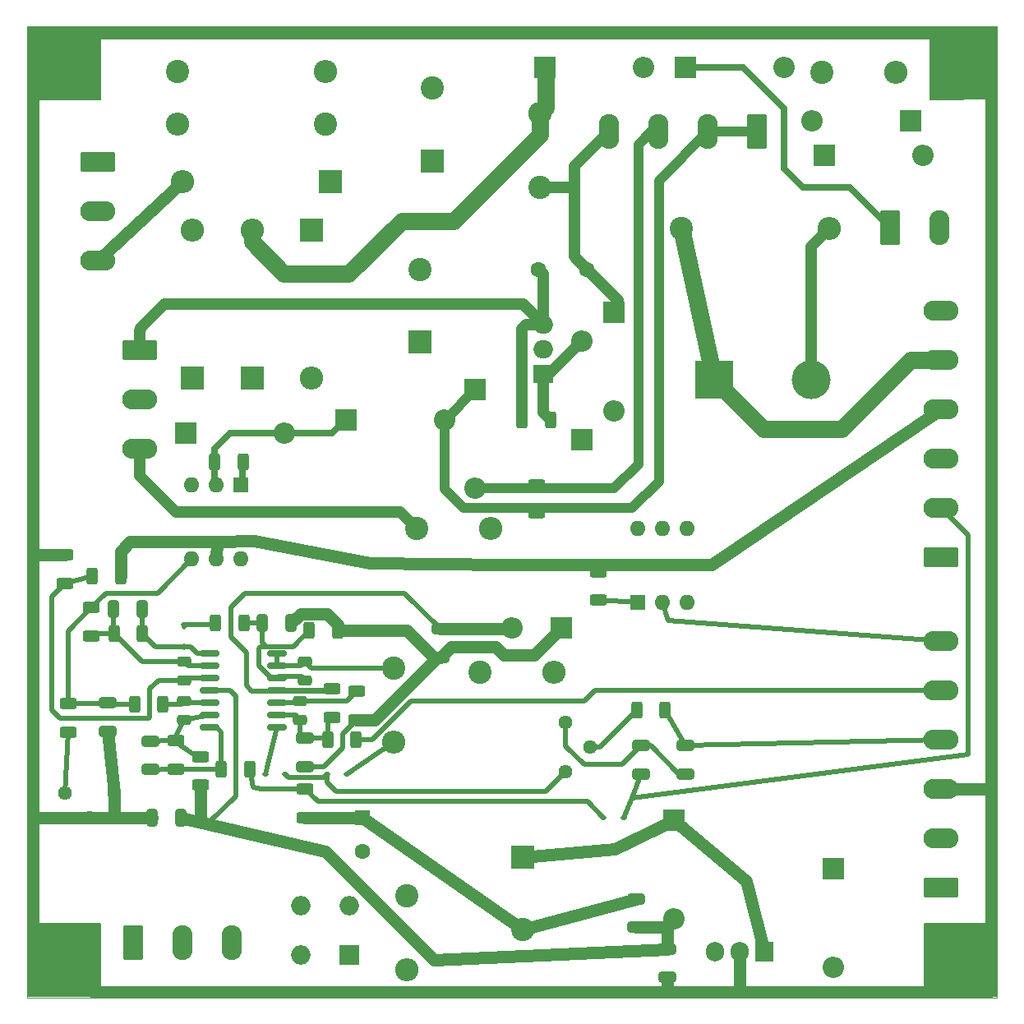
<source format=gbr>
%TF.GenerationSoftware,KiCad,Pcbnew,8.0.0*%
%TF.CreationDate,2024-02-29T12:59:18+01:00*%
%TF.ProjectId,G1-ALC,47312d41-4c43-42e6-9b69-6361645f7063,rev?*%
%TF.SameCoordinates,Original*%
%TF.FileFunction,Copper,L1,Top*%
%TF.FilePolarity,Positive*%
%FSLAX46Y46*%
G04 Gerber Fmt 4.6, Leading zero omitted, Abs format (unit mm)*
G04 Created by KiCad (PCBNEW 8.0.0) date 2024-02-29 12:59:18*
%MOMM*%
%LPD*%
G01*
G04 APERTURE LIST*
G04 Aperture macros list*
%AMRoundRect*
0 Rectangle with rounded corners*
0 $1 Rounding radius*
0 $2 $3 $4 $5 $6 $7 $8 $9 X,Y pos of 4 corners*
0 Add a 4 corners polygon primitive as box body*
4,1,4,$2,$3,$4,$5,$6,$7,$8,$9,$2,$3,0*
0 Add four circle primitives for the rounded corners*
1,1,$1+$1,$2,$3*
1,1,$1+$1,$4,$5*
1,1,$1+$1,$6,$7*
1,1,$1+$1,$8,$9*
0 Add four rect primitives between the rounded corners*
20,1,$1+$1,$2,$3,$4,$5,0*
20,1,$1+$1,$4,$5,$6,$7,0*
20,1,$1+$1,$6,$7,$8,$9,0*
20,1,$1+$1,$8,$9,$2,$3,0*%
G04 Aperture macros list end*
%TA.AperFunction,ComponentPad*%
%ADD10RoundRect,0.249999X-1.550001X0.790001X-1.550001X-0.790001X1.550001X-0.790001X1.550001X0.790001X0*%
%TD*%
%TA.AperFunction,ComponentPad*%
%ADD11O,3.600000X2.080000*%
%TD*%
%TA.AperFunction,ComponentPad*%
%ADD12RoundRect,0.249999X-0.790001X-1.550001X0.790001X-1.550001X0.790001X1.550001X-0.790001X1.550001X0*%
%TD*%
%TA.AperFunction,ComponentPad*%
%ADD13O,2.080000X3.600000*%
%TD*%
%TA.AperFunction,ComponentPad*%
%ADD14RoundRect,0.249999X1.550001X-0.790001X1.550001X0.790001X-1.550001X0.790001X-1.550001X-0.790001X0*%
%TD*%
%TA.AperFunction,ComponentPad*%
%ADD15RoundRect,0.249999X0.790001X1.550001X-0.790001X1.550001X-0.790001X-1.550001X0.790001X-1.550001X0*%
%TD*%
%TA.AperFunction,SMDPad,CuDef*%
%ADD16RoundRect,0.150000X-0.837500X-0.150000X0.837500X-0.150000X0.837500X0.150000X-0.837500X0.150000X0*%
%TD*%
%TA.AperFunction,SMDPad,CuDef*%
%ADD17RoundRect,0.250000X0.650000X-0.325000X0.650000X0.325000X-0.650000X0.325000X-0.650000X-0.325000X0*%
%TD*%
%TA.AperFunction,SMDPad,CuDef*%
%ADD18RoundRect,0.250000X-0.650000X0.325000X-0.650000X-0.325000X0.650000X-0.325000X0.650000X0.325000X0*%
%TD*%
%TA.AperFunction,SMDPad,CuDef*%
%ADD19RoundRect,0.250000X-0.325000X-0.650000X0.325000X-0.650000X0.325000X0.650000X-0.325000X0.650000X0*%
%TD*%
%TA.AperFunction,SMDPad,CuDef*%
%ADD20RoundRect,0.250000X0.325000X0.650000X-0.325000X0.650000X-0.325000X-0.650000X0.325000X-0.650000X0*%
%TD*%
%TA.AperFunction,SMDPad,CuDef*%
%ADD21RoundRect,0.250000X-0.625000X0.312500X-0.625000X-0.312500X0.625000X-0.312500X0.625000X0.312500X0*%
%TD*%
%TA.AperFunction,SMDPad,CuDef*%
%ADD22RoundRect,0.250000X-0.312500X-0.625000X0.312500X-0.625000X0.312500X0.625000X-0.312500X0.625000X0*%
%TD*%
%TA.AperFunction,SMDPad,CuDef*%
%ADD23RoundRect,0.250000X0.625000X-0.312500X0.625000X0.312500X-0.625000X0.312500X-0.625000X-0.312500X0*%
%TD*%
%TA.AperFunction,SMDPad,CuDef*%
%ADD24RoundRect,0.250000X0.312500X0.625000X-0.312500X0.625000X-0.312500X-0.625000X0.312500X-0.625000X0*%
%TD*%
%TA.AperFunction,SMDPad,CuDef*%
%ADD25RoundRect,0.250000X0.475000X-0.250000X0.475000X0.250000X-0.475000X0.250000X-0.475000X-0.250000X0*%
%TD*%
%TA.AperFunction,ComponentPad*%
%ADD26R,2.400000X2.400000*%
%TD*%
%TA.AperFunction,ComponentPad*%
%ADD27C,2.400000*%
%TD*%
%TA.AperFunction,ComponentPad*%
%ADD28R,2.200000X2.200000*%
%TD*%
%TA.AperFunction,ComponentPad*%
%ADD29O,2.200000X2.200000*%
%TD*%
%TA.AperFunction,ComponentPad*%
%ADD30O,2.400000X2.400000*%
%TD*%
%TA.AperFunction,ComponentPad*%
%ADD31C,5.600000*%
%TD*%
%TA.AperFunction,ComponentPad*%
%ADD32R,1.905000X2.000000*%
%TD*%
%TA.AperFunction,ComponentPad*%
%ADD33O,1.905000X2.000000*%
%TD*%
%TA.AperFunction,ComponentPad*%
%ADD34R,1.600000X1.600000*%
%TD*%
%TA.AperFunction,ComponentPad*%
%ADD35O,1.600000X1.600000*%
%TD*%
%TA.AperFunction,SMDPad,CuDef*%
%ADD36RoundRect,0.112500X-0.187500X-0.112500X0.187500X-0.112500X0.187500X0.112500X-0.187500X0.112500X0*%
%TD*%
%TA.AperFunction,SMDPad,CuDef*%
%ADD37RoundRect,0.112500X0.187500X0.112500X-0.187500X0.112500X-0.187500X-0.112500X0.187500X-0.112500X0*%
%TD*%
%TA.AperFunction,ComponentPad*%
%ADD38R,4.000000X4.000000*%
%TD*%
%TA.AperFunction,ComponentPad*%
%ADD39C,4.000000*%
%TD*%
%TA.AperFunction,SMDPad,CuDef*%
%ADD40RoundRect,0.250000X-0.475000X0.250000X-0.475000X-0.250000X0.475000X-0.250000X0.475000X0.250000X0*%
%TD*%
%TA.AperFunction,SMDPad,CuDef*%
%ADD41RoundRect,0.112500X0.112500X-0.187500X0.112500X0.187500X-0.112500X0.187500X-0.112500X-0.187500X0*%
%TD*%
%TA.AperFunction,ComponentPad*%
%ADD42C,1.600000*%
%TD*%
%TA.AperFunction,ComponentPad*%
%ADD43R,2.000000X2.000000*%
%TD*%
%TA.AperFunction,ComponentPad*%
%ADD44O,2.000000X2.000000*%
%TD*%
%TA.AperFunction,ComponentPad*%
%ADD45C,1.440000*%
%TD*%
%TA.AperFunction,ComponentPad*%
%ADD46R,2.000000X1.905000*%
%TD*%
%TA.AperFunction,ComponentPad*%
%ADD47O,2.000000X1.905000*%
%TD*%
%TA.AperFunction,Conductor*%
%ADD48C,1.300000*%
%TD*%
%TA.AperFunction,Conductor*%
%ADD49C,0.500000*%
%TD*%
%TA.AperFunction,Conductor*%
%ADD50C,1.800000*%
%TD*%
%TA.AperFunction,Conductor*%
%ADD51C,1.200000*%
%TD*%
%TA.AperFunction,Conductor*%
%ADD52C,0.700000*%
%TD*%
%TA.AperFunction,Conductor*%
%ADD53C,1.000000*%
%TD*%
%TA.AperFunction,Profile*%
%ADD54C,0.100000*%
%TD*%
G04 APERTURE END LIST*
D10*
%TO.P,J102,1,Pin_1*%
%TO.N,/330VAC -*%
X57343500Y-38977500D03*
D11*
%TO.P,J102,2,Pin_2*%
%TO.N,unconnected-(J102-Pin_2-Pad2)*%
X57343500Y-44057500D03*
%TO.P,J102,3,Pin_3*%
%TO.N,/330VAC +*%
X57343500Y-49137500D03*
%TD*%
D12*
%TO.P,J101,1,Pin_1*%
%TO.N,/18 VAC -*%
X60960000Y-119340500D03*
D13*
%TO.P,J101,2,Pin_2*%
%TO.N,GNDPWR*%
X66040000Y-119340500D03*
%TO.P,J101,3,Pin_3*%
%TO.N,/18 VAC +*%
X71120000Y-119340500D03*
%TD*%
D14*
%TO.P,J107,1,Pin_1*%
%TO.N,+24V*%
X144222500Y-113700000D03*
D11*
%TO.P,J107,2,Pin_2*%
%TO.N,+12V*%
X144222500Y-108620000D03*
%TO.P,J107,3,Pin_3*%
%TO.N,GNDPWR*%
X144222500Y-103540000D03*
%TO.P,J107,4,Pin_4*%
%TO.N,ALC Out*%
X144222500Y-98460000D03*
%TO.P,J107,5,Pin_5*%
%TO.N,INH IN*%
X144222500Y-93380000D03*
%TO.P,J107,6,Pin_6*%
%TO.N,Class AB1_L*%
X144222500Y-88300000D03*
%TD*%
D14*
%TO.P,J108,1,Pin_1*%
%TO.N,+24V*%
X144222500Y-79700000D03*
D11*
%TO.P,J108,2,Pin_2*%
%TO.N,/G1 current trip (To Q3)*%
X144222500Y-74620000D03*
%TO.P,J108,3,Pin_3*%
%TO.N,GNDPWR*%
X144222500Y-69540000D03*
%TO.P,J108,4,Pin_4*%
%TO.N,+12V*%
X144222500Y-64460000D03*
%TO.P,J108,5,Pin_5*%
%TO.N,/Cathode*%
X144222500Y-59380000D03*
%TO.P,J108,6,Pin_6*%
%TO.N,/G2-Unreg*%
X144222500Y-54300000D03*
%TD*%
D12*
%TO.P,J104,1,Pin_1*%
%TO.N,/105 VAC +*%
X138960000Y-45722500D03*
D13*
%TO.P,J104,2,Pin_2*%
%TO.N,/105 VAC -*%
X144040000Y-45722500D03*
%TD*%
D15*
%TO.P,J103,1,Pin_1*%
%TO.N,/G1 meter -*%
X125222000Y-35853500D03*
D13*
%TO.P,J103,2,Pin_2*%
X120142000Y-35853500D03*
%TO.P,J103,3,Pin_3*%
%TO.N,/G1 meter +*%
X115062000Y-35853500D03*
%TO.P,J103,4,Pin_4*%
%TO.N,/G1 Switch*%
X109982000Y-35853500D03*
%TD*%
D10*
%TO.P,J105,1,Pin_1*%
%TO.N,/RV102 Cold*%
X61638700Y-58343800D03*
D11*
%TO.P,J105,2,Pin_2*%
%TO.N,/RV102 MID*%
X61638700Y-63423800D03*
%TO.P,J105,3,Pin_3*%
%TO.N,/RV102 HOT*%
X61638700Y-68503800D03*
%TD*%
D16*
%TO.P,U102,1*%
%TO.N,Net-(D123-K)*%
X68867500Y-89611367D03*
%TO.P,U102,2,-*%
%TO.N,Net-(U102A--)*%
X68867500Y-90881367D03*
%TO.P,U102,3,+*%
%TO.N,Net-(U102A-+)*%
X68867500Y-92151367D03*
%TO.P,U102,4,V+*%
%TO.N,+12V*%
X68867500Y-93421367D03*
%TO.P,U102,5,+*%
%TO.N,Net-(U102B-+)*%
X68867500Y-94691367D03*
%TO.P,U102,6,-*%
%TO.N,Net-(U102B--)*%
X68867500Y-95961367D03*
%TO.P,U102,7*%
%TO.N,Net-(C120-Pad2)*%
X68867500Y-97231367D03*
%TO.P,U102,8*%
%TO.N,Net-(D122-K)*%
X75792500Y-97231367D03*
%TO.P,U102,9,-*%
%TO.N,Net-(U102C--)*%
X75792500Y-95961367D03*
%TO.P,U102,10,+*%
%TO.N,Net-(U102C-+)*%
X75792500Y-94691367D03*
%TO.P,U102,11,V-*%
%TO.N,-12V*%
X75792500Y-93421367D03*
%TO.P,U102,12,+*%
%TO.N,Net-(U102D-+)*%
X75792500Y-92151367D03*
%TO.P,U102,13,-*%
%TO.N,Net-(U102D--)*%
X75792500Y-90881367D03*
%TO.P,U102,14*%
X75792500Y-89611367D03*
%TD*%
D17*
%TO.P,C106,1*%
%TO.N,+12V*%
X112776000Y-117807000D03*
%TO.P,C106,2*%
%TO.N,GNDPWR*%
X112776000Y-114857000D03*
%TD*%
D18*
%TO.P,C120,1*%
%TO.N,Net-(U102B--)*%
X62770000Y-98600000D03*
%TO.P,C120,2*%
%TO.N,Net-(C120-Pad2)*%
X62770000Y-101550000D03*
%TD*%
%TO.P,C118,1*%
%TO.N,Net-(C118-Pad1)*%
X58404896Y-94646428D03*
%TO.P,C118,2*%
%TO.N,GNDPWR*%
X58404896Y-97596428D03*
%TD*%
%TO.P,C121,1*%
%TO.N,GNDPWR*%
X113317476Y-99051500D03*
%TO.P,C121,2*%
%TO.N,/G1 current trip (To Q3)*%
X113317476Y-102001500D03*
%TD*%
%TO.P,C109,1*%
%TO.N,+12V*%
X116000000Y-120025000D03*
%TO.P,C109,2*%
%TO.N,GNDPWR*%
X116000000Y-122975000D03*
%TD*%
D19*
%TO.P,C116,1*%
%TO.N,Net-(U102D-+)*%
X74305000Y-86475367D03*
%TO.P,C116,2*%
%TO.N,GNDPWR*%
X77255000Y-86475367D03*
%TD*%
D18*
%TO.P,C113,1*%
%TO.N,ALC Out*%
X117889476Y-99051500D03*
%TO.P,C113,2*%
%TO.N,GNDPWR*%
X117889476Y-102001500D03*
%TD*%
D17*
%TO.P,C108,1*%
%TO.N,GNDPWR*%
X92620000Y-90025000D03*
%TO.P,C108,2*%
%TO.N,-12V*%
X92620000Y-87075000D03*
%TD*%
D18*
%TO.P,C111,1*%
%TO.N,Net-(U102C--)*%
X78680000Y-98296367D03*
%TO.P,C111,2*%
%TO.N,GNDPWR*%
X78680000Y-101246367D03*
%TD*%
D19*
%TO.P,C115,1*%
%TO.N,Net-(U102A--)*%
X58995000Y-85019867D03*
%TO.P,C115,2*%
%TO.N,Net-(D123-K)*%
X61945000Y-85019867D03*
%TD*%
D20*
%TO.P,C110,1*%
%TO.N,+12V*%
X65885000Y-106530000D03*
%TO.P,C110,2*%
%TO.N,GNDPWR*%
X62935000Y-106530000D03*
%TD*%
D21*
%TO.P,R125,1*%
%TO.N,Net-(U102B--)*%
X65430000Y-98573000D03*
%TO.P,R125,2*%
%TO.N,Net-(C120-Pad2)*%
X65430000Y-101498000D03*
%TD*%
D22*
%TO.P,R128,1*%
%TO.N,/G1 meter +*%
X69377500Y-69870000D03*
%TO.P,R128,2*%
%TO.N,/RV102 MID*%
X72302500Y-69870000D03*
%TD*%
%TO.P,R117,1*%
%TO.N,Net-(U102A-+)*%
X56763500Y-81645367D03*
%TO.P,R117,2*%
%TO.N,+12V*%
X59688500Y-81645367D03*
%TD*%
D21*
%TO.P,R112,1*%
%TO.N,Net-(U102C-+)*%
X84014000Y-93482867D03*
%TO.P,R112,2*%
%TO.N,GNDPWR*%
X84014000Y-96407867D03*
%TD*%
D23*
%TO.P,R121,1*%
%TO.N,+12V*%
X67940000Y-103142500D03*
%TO.P,R121,2*%
%TO.N,Net-(U102B--)*%
X67940000Y-100217500D03*
%TD*%
%TO.P,R116,1*%
%TO.N,Net-(U102A--)*%
X56680000Y-87792367D03*
%TO.P,R116,2*%
%TO.N,Net-(C118-Pad1)*%
X56680000Y-84867367D03*
%TD*%
D22*
%TO.P,R114,1*%
%TO.N,Net-(R114-Pad1)*%
X112870976Y-95446500D03*
%TO.P,R114,2*%
%TO.N,ALC Out*%
X115795976Y-95446500D03*
%TD*%
D24*
%TO.P,R120,1*%
%TO.N,GNDPWR*%
X82068500Y-87237367D03*
%TO.P,R120,2*%
%TO.N,Net-(U102D-+)*%
X79143500Y-87237367D03*
%TD*%
D22*
%TO.P,R118,1*%
%TO.N,Net-(U102A--)*%
X59007500Y-87559867D03*
%TO.P,R118,2*%
%TO.N,Net-(D123-K)*%
X61932500Y-87559867D03*
%TD*%
D24*
%TO.P,R106,1*%
%TO.N,Net-(D114-A)*%
X103962500Y-65500000D03*
%TO.P,R106,2*%
%TO.N,/RV102 Cold*%
X101037500Y-65500000D03*
%TD*%
%TO.P,R111,1*%
%TO.N,INH IN*%
X83952500Y-98501367D03*
%TO.P,R111,2*%
%TO.N,Net-(U102C--)*%
X81027500Y-98501367D03*
%TD*%
D22*
%TO.P,R126,1*%
%TO.N,Net-(C120-Pad2)*%
X70087500Y-101549867D03*
%TO.P,R126,2*%
%TO.N,Net-(D124-A)*%
X73012500Y-101549867D03*
%TD*%
D21*
%TO.P,R115,1*%
%TO.N,GNDPWR*%
X53940000Y-79447367D03*
%TO.P,R115,2*%
%TO.N,Net-(U102A-+)*%
X53940000Y-82372367D03*
%TD*%
%TO.P,R301,1*%
%TO.N,+12V*%
X108890000Y-81157500D03*
%TO.P,R301,2*%
%TO.N,Net-(R301-Pad2)*%
X108890000Y-84082500D03*
%TD*%
D22*
%TO.P,R119,1*%
%TO.N,Net-(D123-A)*%
X69491500Y-86475367D03*
%TO.P,R119,2*%
%TO.N,Net-(U102D-+)*%
X72416500Y-86475367D03*
%TD*%
D23*
%TO.P,R108,1*%
%TO.N,/G1 meter -*%
X102560000Y-75112500D03*
%TO.P,R108,2*%
%TO.N,/G1 meter +*%
X102560000Y-72187500D03*
%TD*%
%TO.P,R127,1*%
%TO.N,GNDPWR*%
X78710000Y-106472367D03*
%TO.P,R127,2*%
%TO.N,Net-(D124-A)*%
X78710000Y-103547367D03*
%TD*%
D21*
%TO.P,R113,1*%
%TO.N,-12V*%
X81474000Y-93228867D03*
%TO.P,R113,2*%
%TO.N,Net-(U102C--)*%
X81474000Y-96153867D03*
%TD*%
D22*
%TO.P,R124,1*%
%TO.N,Net-(C118-Pad1)*%
X61147500Y-94789867D03*
%TO.P,R124,2*%
%TO.N,Net-(U102B-+)*%
X64072500Y-94789867D03*
%TD*%
D21*
%TO.P,R122,1*%
%TO.N,Net-(C118-Pad1)*%
X54296000Y-94752867D03*
%TO.P,R122,2*%
%TO.N,Net-(R122-Pad2)*%
X54296000Y-97677867D03*
%TD*%
D25*
%TO.P,C114,1*%
%TO.N,Net-(U102A-+)*%
X66234000Y-92339367D03*
%TO.P,C114,2*%
%TO.N,Net-(U102A--)*%
X66234000Y-90439367D03*
%TD*%
D26*
%TO.P,C105,1*%
%TO.N,+24V*%
X101142800Y-110559200D03*
D27*
%TO.P,C105,2*%
%TO.N,GNDPWR*%
X101142800Y-118059200D03*
%TD*%
D28*
%TO.P,D301,1,K*%
%TO.N,/G1 Switch*%
X110500000Y-54420000D03*
D29*
%TO.P,D301,2,A*%
%TO.N,Net-(D114-K)*%
X110500000Y-64580000D03*
%TD*%
D27*
%TO.P,RLK1,1*%
%TO.N,Net-(U102D--)*%
X87824000Y-91135367D03*
D30*
%TO.P,RLK1,2*%
%TO.N,Net-(D121-K)*%
X87824000Y-98755367D03*
%TD*%
D31*
%TO.P,H104,1,1*%
%TO.N,GNDPWR*%
X146250000Y-121326000D03*
%TD*%
D32*
%TO.P,U101,1,VI*%
%TO.N,+24V*%
X126034800Y-120294400D03*
D33*
%TO.P,U101,2,GND*%
%TO.N,GNDPWR*%
X123494800Y-120294400D03*
%TO.P,U101,3,VO*%
%TO.N,+12V*%
X120954800Y-120294400D03*
%TD*%
D34*
%TO.P,U301,1*%
%TO.N,Net-(R301-Pad2)*%
X112975000Y-84300000D03*
D35*
%TO.P,U301,2*%
%TO.N,Class AB1_L*%
X115515000Y-84300000D03*
%TO.P,U301,3,NC*%
%TO.N,unconnected-(U301-NC-Pad3)*%
X118055000Y-84300000D03*
%TO.P,U301,4*%
%TO.N,Net-(D114-K)*%
X118055000Y-76680000D03*
%TO.P,U301,5*%
%TO.N,/G1 Switch*%
X115515000Y-76680000D03*
%TO.P,U301,6*%
%TO.N,unconnected-(U301-Pad6)*%
X112975000Y-76680000D03*
%TD*%
D36*
%TO.P,D122,1,K*%
%TO.N,Net-(D122-K)*%
X74582000Y-102057367D03*
%TO.P,D122,2,A*%
%TO.N,Net-(D121-A)*%
X76682000Y-102057367D03*
%TD*%
D26*
%TO.P,D103,1,K*%
%TO.N,/330VAC -*%
X73230000Y-61230000D03*
D30*
%TO.P,D103,2,A*%
%TO.N,/Cathode*%
X73230000Y-45990000D03*
%TD*%
D28*
%TO.P,D120,1,K*%
%TO.N,+12V*%
X133096000Y-111760000D03*
D29*
%TO.P,D120,2,A*%
%TO.N,GNDPWR*%
X133096000Y-121920000D03*
%TD*%
D37*
%TO.P,D124,1,K*%
%TO.N,/G1 current trip (To Q3)*%
X111550000Y-106500000D03*
%TO.P,D124,2,A*%
%TO.N,Net-(D124-A)*%
X109450000Y-106500000D03*
%TD*%
D38*
%TO.P,C103,1*%
%TO.N,/Cathode*%
X120839775Y-61384316D03*
D39*
%TO.P,C103,2*%
%TO.N,Net-(C103-Pad2)*%
X130839775Y-61384316D03*
%TD*%
D27*
%TO.P,R103,1*%
%TO.N,Net-(D110-A)*%
X131965000Y-29710000D03*
D30*
%TO.P,R103,2*%
%TO.N,Net-(C103-Pad2)*%
X139585000Y-29710000D03*
%TD*%
D31*
%TO.P,H103,1,1*%
%TO.N,GNDPWR*%
X53750000Y-121250000D03*
%TD*%
D40*
%TO.P,C112,1*%
%TO.N,Net-(U102C-+)*%
X78172000Y-94503367D03*
%TO.P,C112,2*%
%TO.N,Net-(U102C--)*%
X78172000Y-96403367D03*
%TD*%
D28*
%TO.P,D110,1,K*%
%TO.N,/105 VAC -*%
X141080000Y-34750000D03*
D29*
%TO.P,D110,2,A*%
%TO.N,Net-(D110-A)*%
X130920000Y-34750000D03*
%TD*%
D28*
%TO.P,D119,1,K*%
%TO.N,+24V*%
X116669476Y-106783000D03*
D29*
%TO.P,D119,2,A*%
%TO.N,+12V*%
X116669476Y-116943000D03*
%TD*%
D34*
%TO.P,U103,1*%
%TO.N,/RV102 MID*%
X72121000Y-72229500D03*
D35*
%TO.P,U103,2*%
%TO.N,/G1 meter +*%
X69581000Y-72229500D03*
%TO.P,U103,3,NC*%
%TO.N,unconnected-(U103-NC-Pad3)*%
X67041000Y-72229500D03*
%TO.P,U103,4*%
%TO.N,Net-(C118-Pad1)*%
X67041000Y-79849500D03*
%TO.P,U103,5*%
%TO.N,+12V*%
X69581000Y-79849500D03*
%TO.P,U103,6*%
%TO.N,unconnected-(U103-Pad6)*%
X72121000Y-79849500D03*
%TD*%
D28*
%TO.P,D118,1,K*%
%TO.N,GNDPWR*%
X105116182Y-86928000D03*
D29*
%TO.P,D118,2,A*%
%TO.N,-12V*%
X100036182Y-86928000D03*
%TD*%
D37*
%TO.P,D121,1,K*%
%TO.N,Net-(D121-K)*%
X83032000Y-102057367D03*
%TO.P,D121,2,A*%
%TO.N,Net-(D121-A)*%
X80932000Y-102057367D03*
%TD*%
D41*
%TO.P,D123,1,K*%
%TO.N,Net-(D123-K)*%
X66210000Y-88899867D03*
%TO.P,D123,2,A*%
%TO.N,Net-(D123-A)*%
X66210000Y-86799867D03*
%TD*%
D28*
%TO.P,D111,1,K*%
%TO.N,/Cathode*%
X132170000Y-38250000D03*
D29*
%TO.P,D111,2,A*%
%TO.N,/105 VAC -*%
X142330000Y-38250000D03*
%TD*%
D27*
%TO.P,R110,1*%
%TO.N,Net-(BR101--)*%
X96715000Y-91500000D03*
D30*
%TO.P,R110,2*%
%TO.N,-12V*%
X104335000Y-91500000D03*
%TD*%
D26*
%TO.P,D104,1,K*%
%TO.N,/G2-Unreg*%
X81280000Y-40960000D03*
D30*
%TO.P,D104,2,A*%
%TO.N,/330VAC +*%
X66040000Y-40960000D03*
%TD*%
D27*
%TO.P,R101,1*%
%TO.N,/G2-Unreg*%
X65560000Y-29660000D03*
D30*
%TO.P,R101,2*%
%TO.N,Net-(C101-Pad2)*%
X80800000Y-29660000D03*
%TD*%
D28*
%TO.P,D114,1,K*%
%TO.N,Net-(D114-K)*%
X107193376Y-67580000D03*
D29*
%TO.P,D114,2,A*%
%TO.N,Net-(D114-A)*%
X107193376Y-57420000D03*
%TD*%
D27*
%TO.P,R105,1*%
%TO.N,/RV102 HOT*%
X90215000Y-76750000D03*
D30*
%TO.P,R105,2*%
%TO.N,Net-(C103-Pad2)*%
X97835000Y-76750000D03*
%TD*%
D28*
%TO.P,D112,1,K*%
%TO.N,/105 VAC +*%
X117920000Y-29210000D03*
D29*
%TO.P,D112,2,A*%
%TO.N,Net-(D110-A)*%
X128080000Y-29210000D03*
%TD*%
D42*
%TO.P,C104,1*%
%TO.N,/G1 Switch*%
X107750000Y-50000000D03*
%TO.P,C104,2*%
%TO.N,/RV102 Cold*%
X102750000Y-50000000D03*
%TD*%
D28*
%TO.P,D115,1,K*%
%TO.N,/G1 meter +*%
X82910000Y-65500000D03*
D29*
%TO.P,D115,2,A*%
%TO.N,/G1 meter -*%
X93070000Y-65500000D03*
%TD*%
D27*
%TO.P,R102,1*%
%TO.N,Net-(C101-Pad2)*%
X80800000Y-35050000D03*
D30*
%TO.P,R102,2*%
%TO.N,unconnected-(R102-Pad2)*%
X65560000Y-35050000D03*
%TD*%
D26*
%TO.P,C101,1*%
%TO.N,/G2-Unreg*%
X90500000Y-57500000D03*
D27*
%TO.P,C101,2*%
%TO.N,Net-(C101-Pad2)*%
X90500000Y-50000000D03*
%TD*%
%TO.P,R107,1*%
%TO.N,/G1 Switch*%
X102920800Y-41537400D03*
D30*
%TO.P,R107,2*%
%TO.N,/Cathode*%
X102920800Y-33917400D03*
%TD*%
D27*
%TO.P,R104,1*%
%TO.N,/Cathode*%
X117460000Y-45770000D03*
D30*
%TO.P,R104,2*%
%TO.N,Net-(C103-Pad2)*%
X132700000Y-45770000D03*
%TD*%
D43*
%TO.P,BR101,1,+*%
%TO.N,+24V*%
X83272000Y-120610000D03*
D44*
%TO.P,BR101,2*%
%TO.N,/18 VAC -*%
X83272000Y-115610000D03*
%TO.P,BR101,3,-*%
%TO.N,Net-(BR101--)*%
X78272000Y-115610000D03*
%TO.P,BR101,4*%
%TO.N,/18 VAC +*%
X78272000Y-120610000D03*
%TD*%
D28*
%TO.P,D113,1,K*%
%TO.N,/Cathode*%
X103420000Y-29210000D03*
D29*
%TO.P,D113,2,A*%
%TO.N,/105 VAC +*%
X113580000Y-29210000D03*
%TD*%
D26*
%TO.P,C102,1*%
%TO.N,Net-(C101-Pad2)*%
X91821000Y-38869000D03*
D27*
%TO.P,C102,2*%
%TO.N,unconnected-(C102-Pad2)*%
X91821000Y-31369000D03*
%TD*%
D45*
%TO.P,RV103,1,1*%
%TO.N,Net-(D121-A)*%
X105540476Y-101740000D03*
%TO.P,RV103,2,2*%
%TO.N,Net-(R114-Pad1)*%
X108080476Y-99200000D03*
%TO.P,RV103,3,3*%
%TO.N,GNDPWR*%
X105540476Y-96660000D03*
%TD*%
D25*
%TO.P,C117,1*%
%TO.N,Net-(U102D-+)*%
X78680000Y-92339367D03*
%TO.P,C117,2*%
%TO.N,Net-(U102D--)*%
X78680000Y-90439367D03*
%TD*%
D26*
%TO.P,D101,1,K*%
%TO.N,/G2-Unreg*%
X79320000Y-45960000D03*
D30*
%TO.P,D101,2,A*%
%TO.N,/330VAC -*%
X79320000Y-61200000D03*
%TD*%
D31*
%TO.P,H101,1,1*%
%TO.N,GNDPWR*%
X146250000Y-28750000D03*
%TD*%
D34*
%TO.P,C107,1*%
%TO.N,GNDPWR*%
X84582000Y-106482000D03*
D42*
%TO.P,C107,2*%
%TO.N,Net-(BR101--)*%
X84582000Y-109982000D03*
%TD*%
D45*
%TO.P,RV101,1,1*%
%TO.N,Net-(R122-Pad2)*%
X53950000Y-103945000D03*
%TO.P,RV101,2,2*%
%TO.N,GNDPWR*%
X56490000Y-106485000D03*
%TO.P,RV101,3,3*%
X59030000Y-103945000D03*
%TD*%
D46*
%TO.P,Q101,1,B*%
%TO.N,Net-(D114-A)*%
X103250000Y-60750000D03*
D47*
%TO.P,Q101,2,C*%
%TO.N,/G1 Switch*%
X103250000Y-58210000D03*
%TO.P,Q101,3,E*%
%TO.N,/RV102 Cold*%
X103250000Y-55670000D03*
%TD*%
D31*
%TO.P,H102,1,1*%
%TO.N,GNDPWR*%
X53750000Y-28750000D03*
%TD*%
D28*
%TO.P,D117,1,K*%
%TO.N,/RV102 MID*%
X66370000Y-66910000D03*
D29*
%TO.P,D117,2,A*%
%TO.N,/G1 meter +*%
X76530000Y-66910000D03*
%TD*%
D26*
%TO.P,D102,1,K*%
%TO.N,/330VAC +*%
X67070000Y-61230000D03*
D30*
%TO.P,D102,2,A*%
%TO.N,/Cathode*%
X67070000Y-45990000D03*
%TD*%
D27*
%TO.P,R109,1*%
%TO.N,+24V*%
X89154000Y-114571000D03*
D30*
%TO.P,R109,2*%
%TO.N,GNDPWR*%
X89154000Y-122191000D03*
%TD*%
D28*
%TO.P,D116,1,K*%
%TO.N,/G1 meter -*%
X96250000Y-62420000D03*
D29*
%TO.P,D116,2,A*%
%TO.N,/G1 meter +*%
X96250000Y-72580000D03*
%TD*%
D40*
%TO.P,C119,1*%
%TO.N,Net-(U102B-+)*%
X66234000Y-94503367D03*
%TO.P,C119,2*%
%TO.N,Net-(U102B--)*%
X66234000Y-96403367D03*
%TD*%
D48*
%TO.N,+12V*%
X80790000Y-110000000D02*
X65885000Y-106530000D01*
D49*
%TO.N,Net-(C120-Pad2)*%
X65430000Y-101498000D02*
X70087500Y-101549867D01*
D48*
%TO.N,+12V*%
X67940000Y-103142500D02*
X67930000Y-106530000D01*
%TO.N,GNDPWR*%
X56490000Y-106485000D02*
X59040000Y-106502804D01*
X59040000Y-106502804D02*
X62935000Y-106530000D01*
X59030000Y-103945000D02*
X59040000Y-106502804D01*
X58404896Y-97596428D02*
X59030000Y-103945000D01*
D49*
%TO.N,Net-(R122-Pad2)*%
X54296000Y-97677867D02*
X53950000Y-103945000D01*
D48*
%TO.N,GNDPWR*%
X50684000Y-79502000D02*
X50684000Y-106340000D01*
X50684000Y-106340000D02*
X50684000Y-107000000D01*
X56230000Y-106505000D02*
X50849000Y-106505000D01*
X50849000Y-106505000D02*
X50684000Y-106340000D01*
X56255000Y-106530000D02*
X56230000Y-106505000D01*
D49*
%TO.N,Net-(D124-A)*%
X74167367Y-103547367D02*
X73360000Y-103340000D01*
X73360000Y-103340000D02*
X73012500Y-101549867D01*
%TO.N,Net-(C120-Pad2)*%
X62460000Y-101569867D02*
X65120000Y-101517867D01*
%TO.N,Net-(U102B--)*%
X65120000Y-98592867D02*
X62460000Y-98619867D01*
X65120000Y-98592867D02*
X66234000Y-96403367D01*
X65120000Y-98592867D02*
X67630000Y-100237367D01*
%TO.N,Net-(C120-Pad2)*%
X70087500Y-101549867D02*
X70087500Y-97717367D01*
X70087500Y-97717367D02*
X69601500Y-97231367D01*
%TO.N,+12V*%
X68867500Y-93421367D02*
X71011500Y-93421367D01*
X71011500Y-93421367D02*
X71540000Y-93949867D01*
X71540000Y-93949867D02*
X71540000Y-104283367D01*
X71540000Y-104283367D02*
X68940000Y-106883367D01*
D48*
%TO.N,+24V*%
X116669476Y-106783000D02*
X110620000Y-109710000D01*
X124150000Y-113060000D02*
X126034800Y-120294400D01*
X116669476Y-106783000D02*
X124150000Y-113060000D01*
X110620000Y-109710000D02*
X101142800Y-110559200D01*
D50*
%TO.N,/Cathode*%
X83200000Y-50480000D02*
X76510000Y-50480000D01*
X120839775Y-61384316D02*
X125955459Y-66500000D01*
X120839775Y-61384316D02*
X117460000Y-45770000D01*
X102920800Y-33917400D02*
X103460000Y-33378200D01*
X125955459Y-66500000D02*
X133990000Y-66500000D01*
X73230000Y-47200000D02*
X73230000Y-45990000D01*
X102920800Y-33917400D02*
X102920800Y-36139200D01*
X103460000Y-33378200D02*
X103460000Y-29250000D01*
X102920800Y-36139200D02*
X94030000Y-45030000D01*
X94030000Y-45030000D02*
X88650000Y-45030000D01*
X88650000Y-45030000D02*
X83200000Y-50480000D01*
X133990000Y-66500000D02*
X141110000Y-59380000D01*
X141110000Y-59380000D02*
X144222500Y-59380000D01*
X76510000Y-50480000D02*
X73230000Y-47200000D01*
D51*
%TO.N,Net-(C103-Pad2)*%
X130839775Y-61384316D02*
X130839775Y-47630225D01*
X130839775Y-47630225D02*
X132700000Y-45770000D01*
%TO.N,/G1 Switch*%
X107750000Y-50000000D02*
X110910000Y-53160000D01*
X106443000Y-41503600D02*
X106443000Y-39392500D01*
X106426000Y-48676000D02*
X106426000Y-48006000D01*
X107750000Y-50000000D02*
X106426000Y-48676000D01*
X106443000Y-47989000D02*
X106443000Y-41503600D01*
X106426000Y-48006000D02*
X106443000Y-47989000D01*
X102920800Y-41537400D02*
X106409200Y-41537400D01*
X106409200Y-41537400D02*
X106443000Y-41503600D01*
X106443000Y-39392500D02*
X109982000Y-35853500D01*
D48*
%TO.N,GNDPWR*%
X56850000Y-25650000D02*
X53750000Y-28750000D01*
D49*
X111348976Y-101020000D02*
X107440000Y-101020000D01*
X113317476Y-99051500D02*
X114293181Y-99051500D01*
D48*
X149350000Y-103500000D02*
X149350000Y-25654000D01*
X149132000Y-124426000D02*
X149350000Y-124208000D01*
X143450001Y-25950001D02*
X143150000Y-25650000D01*
X149310000Y-103540000D02*
X149350000Y-103500000D01*
X85912000Y-96407867D02*
X84014000Y-96407867D01*
D49*
X105540476Y-99120476D02*
X105540476Y-96660000D01*
D48*
X99187156Y-89758000D02*
X102286182Y-89758000D01*
D49*
X82540000Y-97881867D02*
X84014000Y-96407867D01*
D48*
X93735000Y-88910000D02*
X98339156Y-88910000D01*
X50684000Y-79502000D02*
X50684000Y-31816000D01*
X50738633Y-79447367D02*
X50684000Y-79502000D01*
X56926000Y-124426000D02*
X116000000Y-124426000D01*
X116000000Y-122975000D02*
X116000000Y-124426000D01*
X50684000Y-118184000D02*
X51876167Y-119376167D01*
X78332500Y-85512367D02*
X78300000Y-85479867D01*
X146250000Y-123000000D02*
X144824000Y-124426000D01*
X144222500Y-103540000D02*
X149310000Y-103540000D01*
X123444000Y-121063000D02*
X123444000Y-124301000D01*
X143746002Y-25654000D02*
X143450001Y-25950001D01*
X90930000Y-91389867D02*
X90996266Y-91389867D01*
X56926000Y-124426000D02*
X53750000Y-121250000D01*
X92620000Y-90025000D02*
X93735000Y-88910000D01*
X58382971Y-97618353D02*
X58404896Y-97596428D01*
X89207500Y-87237367D02*
X92178133Y-90208000D01*
D49*
X107440000Y-101020000D02*
X105540476Y-99120476D01*
D48*
X50684000Y-107000000D02*
X50684000Y-118184000D01*
D49*
X114293181Y-99051500D02*
X117243181Y-102001500D01*
D48*
X143875000Y-26375000D02*
X143450001Y-25950001D01*
X78218000Y-85512367D02*
X77255000Y-86475367D01*
X144824000Y-124426000D02*
X149132000Y-124426000D01*
X143150000Y-25650000D02*
X56850000Y-25650000D01*
X82068500Y-86608367D02*
X80972500Y-85512367D01*
D49*
X113317476Y-99051500D02*
X111348976Y-101020000D01*
D48*
X90996266Y-91389867D02*
X92178133Y-90208000D01*
X101142800Y-118059200D02*
X112776000Y-114857000D01*
X149350000Y-124208000D02*
X149350000Y-103500000D01*
D49*
X80603633Y-101246367D02*
X82540000Y-99310000D01*
D48*
X78332500Y-85512367D02*
X78218000Y-85512367D01*
D49*
X78680000Y-101246367D02*
X80603633Y-101246367D01*
D48*
X146250000Y-28750000D02*
X143875000Y-26375000D01*
X82068500Y-87237367D02*
X89207500Y-87237367D01*
X84582000Y-106482000D02*
X78710000Y-106472367D01*
X101142800Y-118059200D02*
X84582000Y-106482000D01*
X90930000Y-91389867D02*
X85912000Y-96407867D01*
X102286182Y-89758000D02*
X105116182Y-86928000D01*
X80972500Y-85512367D02*
X78332500Y-85512367D01*
X50684000Y-31816000D02*
X53750000Y-28750000D01*
D49*
X82540000Y-99310000D02*
X82540000Y-97881867D01*
D48*
X149350000Y-25654000D02*
X143746002Y-25654000D01*
X82068500Y-87237367D02*
X82068500Y-86608367D01*
X98339156Y-88910000D02*
X99187156Y-89758000D01*
X53940000Y-79447367D02*
X50738633Y-79447367D01*
X116000000Y-124426000D02*
X144824000Y-124426000D01*
D49*
%TO.N,-12V*%
X71060000Y-84845867D02*
X72510867Y-83395000D01*
X72670000Y-92904449D02*
X72670000Y-89492949D01*
D48*
X92620000Y-87075000D02*
X99889182Y-87075000D01*
D49*
X72670000Y-89492949D02*
X71060000Y-87882949D01*
X73198918Y-93433367D02*
X72670000Y-92904449D01*
X88940000Y-83395000D02*
X92620000Y-87075000D01*
X72510867Y-83395000D02*
X88940000Y-83395000D01*
X81269500Y-93433367D02*
X73198918Y-93433367D01*
X75792500Y-93421367D02*
X81281500Y-93421367D01*
X71060000Y-87882949D02*
X71060000Y-84845867D01*
D48*
%TO.N,+12V*%
X115805476Y-117807000D02*
X116669476Y-116943000D01*
X67811000Y-78079500D02*
X60654500Y-78079500D01*
X69590000Y-78041598D02*
X67811000Y-78079500D01*
X91948000Y-121158000D02*
X80790000Y-110000000D01*
X85340000Y-80230000D02*
X73420000Y-77960000D01*
X59688500Y-81645367D02*
X59688500Y-79045500D01*
X91948000Y-121158000D02*
X116000000Y-120025000D01*
X73420000Y-77960000D02*
X69590000Y-78041598D01*
X112776000Y-117807000D02*
X115805476Y-117807000D01*
X120587500Y-80450000D02*
X144222500Y-64460000D01*
X69581000Y-79849500D02*
X69590000Y-78041598D01*
X116000000Y-120025000D02*
X116000000Y-118001524D01*
X116000000Y-118001524D02*
X115805476Y-117807000D01*
X99330000Y-80450000D02*
X85340000Y-80230000D01*
X120587500Y-80450000D02*
X99330000Y-80450000D01*
X59688500Y-79045500D02*
X60654500Y-78079500D01*
D51*
%TO.N,/RV102 Cold*%
X61772800Y-56184800D02*
X61638700Y-56318900D01*
X61638700Y-56318900D02*
X61638700Y-58343800D01*
X103250000Y-55670000D02*
X101180000Y-53600000D01*
X101500000Y-55670000D02*
X101037500Y-56132500D01*
X101037500Y-56132500D02*
X101037500Y-65500000D01*
X64205200Y-53600000D02*
X61772800Y-56032400D01*
X103250000Y-55670000D02*
X103250000Y-50500000D01*
X61772800Y-56032400D02*
X61772800Y-56184800D01*
X101180000Y-53600000D02*
X64205200Y-53600000D01*
X103250000Y-50500000D02*
X102750000Y-50000000D01*
X101500000Y-55670000D02*
X103094385Y-55670000D01*
D49*
%TO.N,Net-(U102C-+)*%
X78172000Y-94503367D02*
X82993500Y-94503367D01*
X84014000Y-93482867D02*
X82993500Y-94503367D01*
X75792500Y-94691367D02*
X77984000Y-94691367D01*
%TO.N,ALC Out*%
X117889476Y-99051500D02*
X144222500Y-98460000D01*
X115795976Y-95446500D02*
X117889476Y-99051500D01*
%TO.N,Net-(U102A-+)*%
X66234000Y-92339367D02*
X63574000Y-92339367D01*
X52610000Y-95439867D02*
X52610000Y-83702367D01*
X62570000Y-96279867D02*
X53450000Y-96279867D01*
X68867500Y-92151367D02*
X66422000Y-92151367D01*
X53940000Y-82372367D02*
X56763500Y-81645367D01*
X53450000Y-96279867D02*
X52610000Y-95439867D01*
X63574000Y-92339367D02*
X62661000Y-93252367D01*
X52610000Y-83702367D02*
X53940000Y-82372367D01*
X62661000Y-96188867D02*
X62570000Y-96279867D01*
X62661000Y-93252367D02*
X62661000Y-96188867D01*
%TO.N,Net-(U102A--)*%
X66234000Y-90439367D02*
X61887000Y-90439367D01*
X68867500Y-90881367D02*
X66676000Y-90881367D01*
X58995000Y-85019867D02*
X58995000Y-87547367D01*
X61887000Y-90439367D02*
X59007500Y-87559867D01*
X59007500Y-87559867D02*
X56912500Y-87559867D01*
X66676000Y-90881367D02*
X66234000Y-90439367D01*
%TO.N,Net-(D123-K)*%
X61932500Y-87559867D02*
X61932500Y-85032367D01*
X68867500Y-89611367D02*
X67601367Y-89611367D01*
X66889867Y-88899867D02*
X66210000Y-88899867D01*
X63272500Y-88899867D02*
X66210000Y-88899867D01*
X67601367Y-89611367D02*
X66889867Y-88899867D01*
X61932500Y-87559867D02*
X63272500Y-88899867D01*
%TO.N,Net-(U102D-+)*%
X74706472Y-88861367D02*
X77519500Y-88861367D01*
X75956500Y-91987367D02*
X75792500Y-92151367D01*
X73920000Y-89039867D02*
X73920000Y-90844895D01*
X74706472Y-88861367D02*
X74098500Y-88861367D01*
X78680000Y-92339367D02*
X78328000Y-91987367D01*
X74098500Y-88861367D02*
X73920000Y-89039867D01*
X74305000Y-86475367D02*
X72416500Y-86475367D01*
X74706472Y-88861367D02*
X74310000Y-88464895D01*
X74310000Y-88464895D02*
X74310000Y-86480367D01*
X78328000Y-91987367D02*
X75956500Y-91987367D01*
X73920000Y-90844895D02*
X75226472Y-92151367D01*
X77519500Y-88861367D02*
X79143500Y-87237367D01*
%TO.N,Net-(U102D--)*%
X75792500Y-89611367D02*
X75792500Y-90881367D01*
X79376000Y-91135367D02*
X87824000Y-91135367D01*
X75792500Y-90881367D02*
X78238000Y-90881367D01*
X78680000Y-90439367D02*
X79376000Y-91135367D01*
X78238000Y-90881367D02*
X78680000Y-90439367D01*
%TO.N,Net-(C118-Pad1)*%
X56680000Y-84867367D02*
X54296000Y-87251367D01*
X57852000Y-94740367D02*
X54308500Y-94740367D01*
X56680000Y-84867367D02*
X58177367Y-83370000D01*
X54296000Y-87251367D02*
X54296000Y-94752867D01*
X63520500Y-83370000D02*
X67041000Y-79849500D01*
X61147500Y-94789867D02*
X57901500Y-94789867D01*
X58177367Y-83370000D02*
X63520500Y-83370000D01*
%TO.N,Net-(U102B-+)*%
X68867500Y-94691367D02*
X66422000Y-94691367D01*
X65947500Y-94789867D02*
X66234000Y-94503367D01*
X64072500Y-94789867D02*
X65947500Y-94789867D01*
%TO.N,Net-(U102B--)*%
X66234000Y-96403367D02*
X68867500Y-95961367D01*
%TO.N,/G1 current trip (To Q3)*%
X112351523Y-104460000D02*
X111550000Y-106500000D01*
X113317476Y-102001500D02*
X112351523Y-104460000D01*
X147000000Y-100000000D02*
X147000000Y-77397500D01*
X147000000Y-100000000D02*
X112351523Y-104460000D01*
X147000000Y-77397500D02*
X144222500Y-74620000D01*
%TO.N,Net-(U102C--)*%
X78172000Y-96403367D02*
X78172000Y-97788367D01*
X77730000Y-95961367D02*
X78172000Y-96403367D01*
X81027500Y-98501367D02*
X81027500Y-96600367D01*
X75792500Y-95961367D02*
X77730000Y-95961367D01*
X78172000Y-97788367D02*
X78680000Y-98296367D01*
X78680000Y-98296367D02*
X80822500Y-98296367D01*
X81027500Y-96600367D02*
X81474000Y-96153867D01*
D51*
%TO.N,Net-(D114-A)*%
X103863376Y-60750000D02*
X107193376Y-57420000D01*
X103250000Y-60750000D02*
X103863376Y-60750000D01*
X103250000Y-64787500D02*
X103962500Y-65500000D01*
X103250000Y-60750000D02*
X103250000Y-64787500D01*
D48*
%TO.N,/330VAC +*%
X57343500Y-49137500D02*
X66040000Y-40960000D01*
D52*
%TO.N,/105 VAC +*%
X138960000Y-45722500D02*
X134817500Y-41580000D01*
X128040000Y-33410000D02*
X123840000Y-29210000D01*
X130000000Y-41580000D02*
X128040000Y-39620000D01*
X123840000Y-29210000D02*
X117920000Y-29210000D01*
X134817500Y-41580000D02*
X130000000Y-41580000D01*
X128040000Y-39620000D02*
X128040000Y-33410000D01*
D53*
%TO.N,/G1 meter +*%
X113020000Y-70107982D02*
X110547982Y-72580000D01*
D52*
X69377500Y-68532500D02*
X71000000Y-66910000D01*
D53*
X113020000Y-37135500D02*
X113020000Y-70107982D01*
D52*
X71000000Y-66910000D02*
X76530000Y-66910000D01*
D53*
X114302000Y-35853500D02*
X113020000Y-37135500D01*
D52*
X81500000Y-66910000D02*
X82910000Y-65500000D01*
X76530000Y-66910000D02*
X81500000Y-66910000D01*
D53*
X110547982Y-72580000D02*
X96250000Y-72580000D01*
D52*
X69377500Y-70930000D02*
X69377500Y-72026000D01*
X69377500Y-69870000D02*
X69377500Y-70930000D01*
X69377500Y-70930000D02*
X69377500Y-68532500D01*
D53*
%TO.N,/G1 meter -*%
X112390000Y-74610000D02*
X95020000Y-74610000D01*
X115140000Y-40855500D02*
X115140000Y-71860000D01*
X95020000Y-74610000D02*
X93070000Y-72660000D01*
X115140000Y-71860000D02*
X112390000Y-74610000D01*
X120142000Y-35853500D02*
X115140000Y-40855500D01*
X93070000Y-72660000D02*
X93070000Y-65500000D01*
X93170000Y-65500000D02*
X96250000Y-62420000D01*
X125222000Y-35853500D02*
X120142000Y-35853500D01*
D49*
%TO.N,Net-(D124-A)*%
X80012633Y-104850000D02*
X107800000Y-104850000D01*
X107800000Y-104850000D02*
X109450000Y-106500000D01*
X74167367Y-103547367D02*
X78710000Y-103547367D01*
X78710000Y-103547367D02*
X80012633Y-104850000D01*
%TO.N,Net-(D121-K)*%
X83032000Y-102057367D02*
X87824000Y-98755367D01*
%TO.N,Net-(D121-A)*%
X80932000Y-102832000D02*
X81870000Y-103770000D01*
X80932000Y-102057367D02*
X80932000Y-102832000D01*
X76682000Y-102057367D02*
X77014633Y-102390000D01*
X81870000Y-103770000D02*
X103510476Y-103770000D01*
X77014633Y-102390000D02*
X80599367Y-102390000D01*
X80599367Y-102390000D02*
X80932000Y-102057367D01*
X103510476Y-103770000D02*
X105540476Y-101740000D01*
%TO.N,Net-(D122-K)*%
X74582000Y-102057367D02*
X75792500Y-97231367D01*
%TO.N,Net-(D123-A)*%
X66140000Y-86649867D02*
X69317000Y-86649867D01*
%TO.N,INH IN*%
X83952500Y-98501367D02*
X85588633Y-98501367D01*
X107440000Y-94490000D02*
X108550000Y-93380000D01*
X85588633Y-98501367D02*
X89600000Y-94490000D01*
X108550000Y-93380000D02*
X144222500Y-93380000D01*
X89600000Y-94490000D02*
X107440000Y-94490000D01*
%TO.N,Net-(R114-Pad1)*%
X112870976Y-95446500D02*
X109117476Y-99200000D01*
X109117476Y-99200000D02*
X108080476Y-99200000D01*
D52*
%TO.N,/RV102 MID*%
X72290000Y-69882500D02*
X72290000Y-72035500D01*
D51*
%TO.N,/RV102 HOT*%
X88495000Y-75030000D02*
X90215000Y-76750000D01*
X65400000Y-75030000D02*
X88495000Y-75030000D01*
X61638700Y-68503800D02*
X61638700Y-71268700D01*
X61638700Y-71268700D02*
X65400000Y-75030000D01*
D49*
%TO.N,Class AB1_L*%
X116090000Y-86170000D02*
X144222500Y-88300000D01*
X115515000Y-84300000D02*
X116090000Y-86170000D01*
%TO.N,Net-(R301-Pad2)*%
X108890000Y-84082500D02*
X112975000Y-84300000D01*
%TD*%
%TA.AperFunction,Conductor*%
%TO.N,GNDPWR*%
G36*
X149943039Y-25019685D02*
G01*
X149988794Y-25072489D01*
X150000000Y-25124000D01*
X150000000Y-32421911D01*
X149980315Y-32488950D01*
X149927511Y-32534705D01*
X149877154Y-32545906D01*
X143163726Y-32608382D01*
X143096506Y-32589322D01*
X143082647Y-32579192D01*
X143034069Y-32538234D01*
X142995505Y-32479972D01*
X142990000Y-32443434D01*
X142990000Y-25124000D01*
X143009685Y-25056961D01*
X143062489Y-25011206D01*
X143114000Y-25000000D01*
X149876000Y-25000000D01*
X149943039Y-25019685D01*
G37*
%TD.AperFunction*%
%TD*%
%TA.AperFunction,Conductor*%
%TO.N,GNDPWR*%
G36*
X57601039Y-117367685D02*
G01*
X57646794Y-117420489D01*
X57658000Y-117472000D01*
X57658000Y-124876000D01*
X57638315Y-124943039D01*
X57585511Y-124988794D01*
X57534000Y-125000000D01*
X50158000Y-125000000D01*
X50090961Y-124980315D01*
X50045206Y-124927511D01*
X50034000Y-124876000D01*
X50034000Y-117472000D01*
X50053685Y-117404961D01*
X50106489Y-117359206D01*
X50158000Y-117348000D01*
X57534000Y-117348000D01*
X57601039Y-117367685D01*
G37*
%TD.AperFunction*%
%TD*%
%TA.AperFunction,Conductor*%
%TO.N,GNDPWR*%
G36*
X149943039Y-117367685D02*
G01*
X149988794Y-117420489D01*
X150000000Y-117472000D01*
X150000000Y-124876000D01*
X149980315Y-124943039D01*
X149927511Y-124988794D01*
X149876000Y-125000000D01*
X142580000Y-125000000D01*
X142512961Y-124980315D01*
X142467206Y-124927511D01*
X142456000Y-124876000D01*
X142456000Y-117472000D01*
X142475685Y-117404961D01*
X142528489Y-117359206D01*
X142580000Y-117348000D01*
X149876000Y-117348000D01*
X149943039Y-117367685D01*
G37*
%TD.AperFunction*%
%TD*%
%TA.AperFunction,Conductor*%
%TO.N,GNDPWR*%
G36*
X57615039Y-25019685D02*
G01*
X57660794Y-25072489D01*
X57672000Y-25124000D01*
X57672000Y-32448000D01*
X57652315Y-32515039D01*
X57599511Y-32560794D01*
X57548000Y-32572000D01*
X50158000Y-32572000D01*
X50090961Y-32552315D01*
X50045206Y-32499511D01*
X50034000Y-32448000D01*
X50034000Y-25124000D01*
X50053685Y-25056961D01*
X50106489Y-25011206D01*
X50158000Y-25000000D01*
X57548000Y-25000000D01*
X57615039Y-25019685D01*
G37*
%TD.AperFunction*%
%TD*%
D54*
X50034000Y-25000000D02*
X150000000Y-25000000D01*
X150000000Y-125076000D01*
X50034000Y-125076000D01*
X50034000Y-25000000D01*
M02*

</source>
